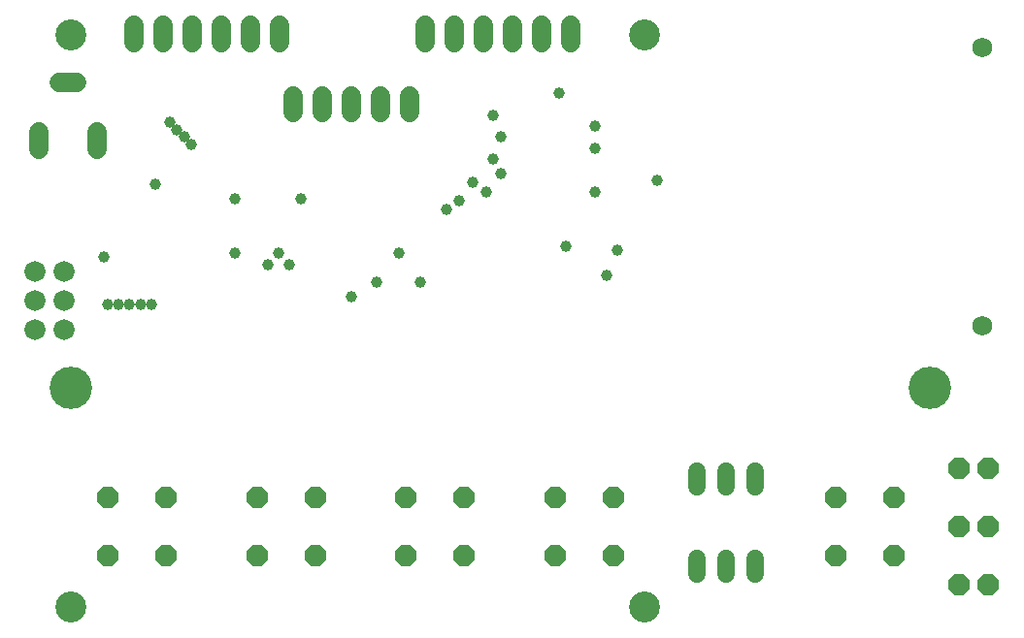
<source format=gbs>
G75*
%MOIN*%
%OFA0B0*%
%FSLAX24Y24*%
%IPPOS*%
%LPD*%
%AMOC8*
5,1,8,0,0,1.08239X$1,22.5*
%
%ADD10C,0.1064*%
%ADD11C,0.1458*%
%ADD12C,0.0690*%
%ADD13OC8,0.0740*%
%ADD14C,0.0674*%
%ADD15C,0.0720*%
%ADD16C,0.0600*%
%ADD17C,0.0680*%
%ADD18C,0.0390*%
D10*
X002542Y001637D03*
X022227Y001637D03*
X022227Y021322D03*
X002542Y021322D03*
D11*
X002555Y009180D03*
X032055Y009180D03*
D12*
X033853Y011330D03*
X033853Y020881D03*
D13*
X034055Y006430D03*
X033055Y006430D03*
X030805Y005430D03*
X028805Y005430D03*
X028805Y003430D03*
X030805Y003430D03*
X033055Y002430D03*
X034055Y002430D03*
X034055Y004430D03*
X033055Y004430D03*
X021180Y003430D03*
X019180Y003430D03*
X016055Y003430D03*
X014055Y003430D03*
X010930Y003430D03*
X008930Y003430D03*
X008930Y005430D03*
X010930Y005430D03*
X014055Y005430D03*
X016055Y005430D03*
X019180Y005430D03*
X021180Y005430D03*
X005805Y005430D03*
X003805Y005430D03*
X003805Y003430D03*
X005805Y003430D03*
D14*
X010180Y018633D02*
X010180Y019227D01*
X011180Y019227D02*
X011180Y018633D01*
X012180Y018633D02*
X012180Y019227D01*
X013180Y019227D02*
X013180Y018633D01*
X014180Y018633D02*
X014180Y019227D01*
X014704Y021049D02*
X014704Y021642D01*
X015704Y021642D02*
X015704Y021049D01*
X016704Y021049D02*
X016704Y021642D01*
X017704Y021642D02*
X017704Y021049D01*
X018704Y021049D02*
X018704Y021642D01*
X019704Y021642D02*
X019704Y021049D01*
X009704Y021060D02*
X009704Y021654D01*
X008704Y021654D02*
X008704Y021060D01*
X007704Y021060D02*
X007704Y021654D01*
X006704Y021654D02*
X006704Y021060D01*
X005704Y021060D02*
X005704Y021654D01*
X004704Y021654D02*
X004704Y021060D01*
D15*
X002305Y013180D03*
X001305Y013180D03*
X001305Y012180D03*
X002305Y012180D03*
X002305Y011180D03*
X001305Y011180D03*
D16*
X024055Y006315D02*
X024055Y005795D01*
X025055Y005795D02*
X025055Y006315D01*
X026055Y006315D02*
X026055Y005795D01*
X026055Y003315D02*
X026055Y002795D01*
X025055Y002795D02*
X025055Y003315D01*
X024055Y003315D02*
X024055Y002795D01*
D17*
X003430Y017380D02*
X003430Y017980D01*
X001430Y017980D02*
X001430Y017380D01*
X002130Y019680D02*
X002730Y019680D01*
D18*
X005930Y018305D03*
X006180Y018055D03*
X006430Y017805D03*
X006680Y017555D03*
X005430Y016180D03*
X008180Y015680D03*
X010430Y015680D03*
X009680Y013805D03*
X009305Y013430D03*
X010055Y013430D03*
X008180Y013805D03*
X005305Y012055D03*
X004930Y012055D03*
X004555Y012055D03*
X004180Y012055D03*
X003805Y012055D03*
X003680Y013680D03*
X012180Y012305D03*
X013055Y012805D03*
X013805Y013805D03*
X014555Y012805D03*
X015430Y015305D03*
X015875Y015625D03*
X016355Y016255D03*
X016805Y015930D03*
X017305Y016555D03*
X017055Y017055D03*
X017305Y017805D03*
X017055Y018555D03*
X019305Y019305D03*
X020555Y018180D03*
X020555Y017430D03*
X022680Y016305D03*
X020555Y015930D03*
X019555Y014055D03*
X020930Y013055D03*
X021305Y013930D03*
M02*

</source>
